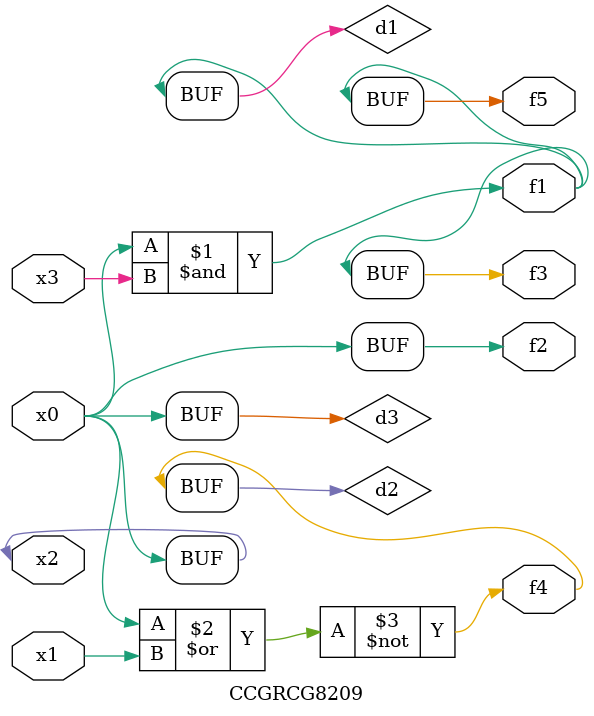
<source format=v>
module CCGRCG8209(
	input x0, x1, x2, x3,
	output f1, f2, f3, f4, f5
);

	wire d1, d2, d3;

	and (d1, x2, x3);
	nor (d2, x0, x1);
	buf (d3, x0, x2);
	assign f1 = d1;
	assign f2 = d3;
	assign f3 = d1;
	assign f4 = d2;
	assign f5 = d1;
endmodule

</source>
